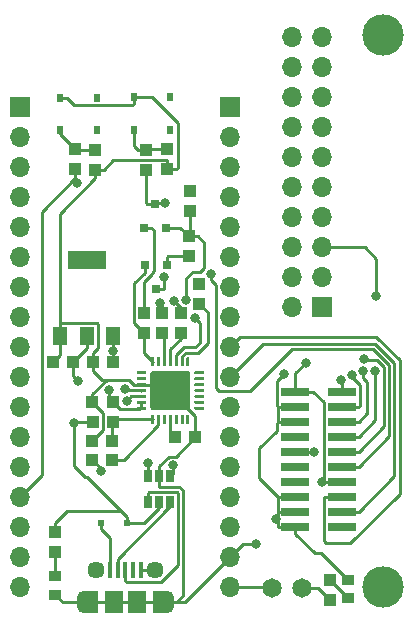
<source format=gbr>
G04 #@! TF.GenerationSoftware,KiCad,Pcbnew,(5.1.5-0-10_14)*
G04 #@! TF.CreationDate,2020-02-28T10:22:06-08:00*
G04 #@! TF.ProjectId,esp-prog,6573702d-7072-46f6-972e-6b696361645f,rev?*
G04 #@! TF.SameCoordinates,Original*
G04 #@! TF.FileFunction,Copper,L1,Top*
G04 #@! TF.FilePolarity,Positive*
%FSLAX46Y46*%
G04 Gerber Fmt 4.6, Leading zero omitted, Abs format (unit mm)*
G04 Created by KiCad (PCBNEW (5.1.5-0-10_14)) date 2020-02-28 10:22:06*
%MOMM*%
%LPD*%
G04 APERTURE LIST*
%ADD10C,3.505200*%
%ADD11R,2.400000X0.740000*%
%ADD12R,1.000000X1.000000*%
%ADD13R,1.000000X0.820000*%
%ADD14R,0.600000X0.650000*%
%ADD15C,0.127000*%
%ADD16R,3.300000X1.500000*%
%ADD17R,1.200000X1.500000*%
%ADD18R,0.800100X0.800100*%
%ADD19C,1.651000*%
%ADD20O,1.700000X1.700000*%
%ADD21R,1.700000X1.700000*%
%ADD22R,1.200000X1.900000*%
%ADD23O,1.200000X1.900000*%
%ADD24R,1.500000X1.900000*%
%ADD25C,1.450000*%
%ADD26R,0.400000X1.350000*%
%ADD27R,0.650000X1.060000*%
%ADD28R,0.500000X0.500000*%
%ADD29C,0.800000*%
%ADD30C,0.250000*%
G04 APERTURE END LIST*
D10*
X60170000Y-70620000D03*
X60250000Y-23920000D03*
D11*
X52800000Y-65515000D03*
X56700000Y-65515000D03*
X52800000Y-64245000D03*
X56700000Y-64245000D03*
X52800000Y-62975000D03*
X56700000Y-62975000D03*
X52800000Y-61705000D03*
X56700000Y-61705000D03*
X52800000Y-60435000D03*
X56700000Y-60435000D03*
X52800000Y-59165000D03*
X56700000Y-59165000D03*
X52800000Y-57895000D03*
X56700000Y-57895000D03*
X52800000Y-56625000D03*
X56700000Y-56625000D03*
X52800000Y-55355000D03*
X56700000Y-55355000D03*
X52800000Y-54085000D03*
X56700000Y-54085000D03*
D12*
X55710000Y-71710000D03*
X55710000Y-70010000D03*
D13*
X57240000Y-71600000D03*
X57240000Y-70000000D03*
D14*
X42190000Y-31925000D03*
X39090000Y-31925000D03*
X42190000Y-29175000D03*
X39090000Y-29175000D03*
X35990000Y-31945000D03*
X32890000Y-31945000D03*
X35990000Y-29195000D03*
X32890000Y-29195000D03*
G04 #@! TA.AperFunction,SMDPad,CuDef*
D15*
G36*
X40768626Y-51150301D02*
G01*
X40774693Y-51151201D01*
X40780643Y-51152691D01*
X40786418Y-51154758D01*
X40791962Y-51157380D01*
X40797223Y-51160533D01*
X40802150Y-51164187D01*
X40806694Y-51168306D01*
X40810813Y-51172850D01*
X40814467Y-51177777D01*
X40817620Y-51183038D01*
X40820242Y-51188582D01*
X40822309Y-51194357D01*
X40823799Y-51200307D01*
X40824699Y-51206374D01*
X40825000Y-51212500D01*
X40825000Y-51887500D01*
X40824699Y-51893626D01*
X40823799Y-51899693D01*
X40822309Y-51905643D01*
X40820242Y-51911418D01*
X40817620Y-51916962D01*
X40814467Y-51922223D01*
X40810813Y-51927150D01*
X40806694Y-51931694D01*
X40802150Y-51935813D01*
X40797223Y-51939467D01*
X40791962Y-51942620D01*
X40786418Y-51945242D01*
X40780643Y-51947309D01*
X40774693Y-51948799D01*
X40768626Y-51949699D01*
X40762500Y-51950000D01*
X40637500Y-51950000D01*
X40631374Y-51949699D01*
X40625307Y-51948799D01*
X40619357Y-51947309D01*
X40613582Y-51945242D01*
X40608038Y-51942620D01*
X40602777Y-51939467D01*
X40597850Y-51935813D01*
X40593306Y-51931694D01*
X40589187Y-51927150D01*
X40585533Y-51922223D01*
X40582380Y-51916962D01*
X40579758Y-51911418D01*
X40577691Y-51905643D01*
X40576201Y-51899693D01*
X40575301Y-51893626D01*
X40575000Y-51887500D01*
X40575000Y-51212500D01*
X40575301Y-51206374D01*
X40576201Y-51200307D01*
X40577691Y-51194357D01*
X40579758Y-51188582D01*
X40582380Y-51183038D01*
X40585533Y-51177777D01*
X40589187Y-51172850D01*
X40593306Y-51168306D01*
X40597850Y-51164187D01*
X40602777Y-51160533D01*
X40608038Y-51157380D01*
X40613582Y-51154758D01*
X40619357Y-51152691D01*
X40625307Y-51151201D01*
X40631374Y-51150301D01*
X40637500Y-51150000D01*
X40762500Y-51150000D01*
X40768626Y-51150301D01*
G37*
G04 #@! TD.AperFunction*
G04 #@! TA.AperFunction,SMDPad,CuDef*
G36*
X41268626Y-51150301D02*
G01*
X41274693Y-51151201D01*
X41280643Y-51152691D01*
X41286418Y-51154758D01*
X41291962Y-51157380D01*
X41297223Y-51160533D01*
X41302150Y-51164187D01*
X41306694Y-51168306D01*
X41310813Y-51172850D01*
X41314467Y-51177777D01*
X41317620Y-51183038D01*
X41320242Y-51188582D01*
X41322309Y-51194357D01*
X41323799Y-51200307D01*
X41324699Y-51206374D01*
X41325000Y-51212500D01*
X41325000Y-51887500D01*
X41324699Y-51893626D01*
X41323799Y-51899693D01*
X41322309Y-51905643D01*
X41320242Y-51911418D01*
X41317620Y-51916962D01*
X41314467Y-51922223D01*
X41310813Y-51927150D01*
X41306694Y-51931694D01*
X41302150Y-51935813D01*
X41297223Y-51939467D01*
X41291962Y-51942620D01*
X41286418Y-51945242D01*
X41280643Y-51947309D01*
X41274693Y-51948799D01*
X41268626Y-51949699D01*
X41262500Y-51950000D01*
X41137500Y-51950000D01*
X41131374Y-51949699D01*
X41125307Y-51948799D01*
X41119357Y-51947309D01*
X41113582Y-51945242D01*
X41108038Y-51942620D01*
X41102777Y-51939467D01*
X41097850Y-51935813D01*
X41093306Y-51931694D01*
X41089187Y-51927150D01*
X41085533Y-51922223D01*
X41082380Y-51916962D01*
X41079758Y-51911418D01*
X41077691Y-51905643D01*
X41076201Y-51899693D01*
X41075301Y-51893626D01*
X41075000Y-51887500D01*
X41075000Y-51212500D01*
X41075301Y-51206374D01*
X41076201Y-51200307D01*
X41077691Y-51194357D01*
X41079758Y-51188582D01*
X41082380Y-51183038D01*
X41085533Y-51177777D01*
X41089187Y-51172850D01*
X41093306Y-51168306D01*
X41097850Y-51164187D01*
X41102777Y-51160533D01*
X41108038Y-51157380D01*
X41113582Y-51154758D01*
X41119357Y-51152691D01*
X41125307Y-51151201D01*
X41131374Y-51150301D01*
X41137500Y-51150000D01*
X41262500Y-51150000D01*
X41268626Y-51150301D01*
G37*
G04 #@! TD.AperFunction*
G04 #@! TA.AperFunction,SMDPad,CuDef*
G36*
X41768626Y-51150301D02*
G01*
X41774693Y-51151201D01*
X41780643Y-51152691D01*
X41786418Y-51154758D01*
X41791962Y-51157380D01*
X41797223Y-51160533D01*
X41802150Y-51164187D01*
X41806694Y-51168306D01*
X41810813Y-51172850D01*
X41814467Y-51177777D01*
X41817620Y-51183038D01*
X41820242Y-51188582D01*
X41822309Y-51194357D01*
X41823799Y-51200307D01*
X41824699Y-51206374D01*
X41825000Y-51212500D01*
X41825000Y-51887500D01*
X41824699Y-51893626D01*
X41823799Y-51899693D01*
X41822309Y-51905643D01*
X41820242Y-51911418D01*
X41817620Y-51916962D01*
X41814467Y-51922223D01*
X41810813Y-51927150D01*
X41806694Y-51931694D01*
X41802150Y-51935813D01*
X41797223Y-51939467D01*
X41791962Y-51942620D01*
X41786418Y-51945242D01*
X41780643Y-51947309D01*
X41774693Y-51948799D01*
X41768626Y-51949699D01*
X41762500Y-51950000D01*
X41637500Y-51950000D01*
X41631374Y-51949699D01*
X41625307Y-51948799D01*
X41619357Y-51947309D01*
X41613582Y-51945242D01*
X41608038Y-51942620D01*
X41602777Y-51939467D01*
X41597850Y-51935813D01*
X41593306Y-51931694D01*
X41589187Y-51927150D01*
X41585533Y-51922223D01*
X41582380Y-51916962D01*
X41579758Y-51911418D01*
X41577691Y-51905643D01*
X41576201Y-51899693D01*
X41575301Y-51893626D01*
X41575000Y-51887500D01*
X41575000Y-51212500D01*
X41575301Y-51206374D01*
X41576201Y-51200307D01*
X41577691Y-51194357D01*
X41579758Y-51188582D01*
X41582380Y-51183038D01*
X41585533Y-51177777D01*
X41589187Y-51172850D01*
X41593306Y-51168306D01*
X41597850Y-51164187D01*
X41602777Y-51160533D01*
X41608038Y-51157380D01*
X41613582Y-51154758D01*
X41619357Y-51152691D01*
X41625307Y-51151201D01*
X41631374Y-51150301D01*
X41637500Y-51150000D01*
X41762500Y-51150000D01*
X41768626Y-51150301D01*
G37*
G04 #@! TD.AperFunction*
G04 #@! TA.AperFunction,SMDPad,CuDef*
G36*
X42268626Y-51150301D02*
G01*
X42274693Y-51151201D01*
X42280643Y-51152691D01*
X42286418Y-51154758D01*
X42291962Y-51157380D01*
X42297223Y-51160533D01*
X42302150Y-51164187D01*
X42306694Y-51168306D01*
X42310813Y-51172850D01*
X42314467Y-51177777D01*
X42317620Y-51183038D01*
X42320242Y-51188582D01*
X42322309Y-51194357D01*
X42323799Y-51200307D01*
X42324699Y-51206374D01*
X42325000Y-51212500D01*
X42325000Y-51887500D01*
X42324699Y-51893626D01*
X42323799Y-51899693D01*
X42322309Y-51905643D01*
X42320242Y-51911418D01*
X42317620Y-51916962D01*
X42314467Y-51922223D01*
X42310813Y-51927150D01*
X42306694Y-51931694D01*
X42302150Y-51935813D01*
X42297223Y-51939467D01*
X42291962Y-51942620D01*
X42286418Y-51945242D01*
X42280643Y-51947309D01*
X42274693Y-51948799D01*
X42268626Y-51949699D01*
X42262500Y-51950000D01*
X42137500Y-51950000D01*
X42131374Y-51949699D01*
X42125307Y-51948799D01*
X42119357Y-51947309D01*
X42113582Y-51945242D01*
X42108038Y-51942620D01*
X42102777Y-51939467D01*
X42097850Y-51935813D01*
X42093306Y-51931694D01*
X42089187Y-51927150D01*
X42085533Y-51922223D01*
X42082380Y-51916962D01*
X42079758Y-51911418D01*
X42077691Y-51905643D01*
X42076201Y-51899693D01*
X42075301Y-51893626D01*
X42075000Y-51887500D01*
X42075000Y-51212500D01*
X42075301Y-51206374D01*
X42076201Y-51200307D01*
X42077691Y-51194357D01*
X42079758Y-51188582D01*
X42082380Y-51183038D01*
X42085533Y-51177777D01*
X42089187Y-51172850D01*
X42093306Y-51168306D01*
X42097850Y-51164187D01*
X42102777Y-51160533D01*
X42108038Y-51157380D01*
X42113582Y-51154758D01*
X42119357Y-51152691D01*
X42125307Y-51151201D01*
X42131374Y-51150301D01*
X42137500Y-51150000D01*
X42262500Y-51150000D01*
X42268626Y-51150301D01*
G37*
G04 #@! TD.AperFunction*
G04 #@! TA.AperFunction,SMDPad,CuDef*
G36*
X42768626Y-51150301D02*
G01*
X42774693Y-51151201D01*
X42780643Y-51152691D01*
X42786418Y-51154758D01*
X42791962Y-51157380D01*
X42797223Y-51160533D01*
X42802150Y-51164187D01*
X42806694Y-51168306D01*
X42810813Y-51172850D01*
X42814467Y-51177777D01*
X42817620Y-51183038D01*
X42820242Y-51188582D01*
X42822309Y-51194357D01*
X42823799Y-51200307D01*
X42824699Y-51206374D01*
X42825000Y-51212500D01*
X42825000Y-51887500D01*
X42824699Y-51893626D01*
X42823799Y-51899693D01*
X42822309Y-51905643D01*
X42820242Y-51911418D01*
X42817620Y-51916962D01*
X42814467Y-51922223D01*
X42810813Y-51927150D01*
X42806694Y-51931694D01*
X42802150Y-51935813D01*
X42797223Y-51939467D01*
X42791962Y-51942620D01*
X42786418Y-51945242D01*
X42780643Y-51947309D01*
X42774693Y-51948799D01*
X42768626Y-51949699D01*
X42762500Y-51950000D01*
X42637500Y-51950000D01*
X42631374Y-51949699D01*
X42625307Y-51948799D01*
X42619357Y-51947309D01*
X42613582Y-51945242D01*
X42608038Y-51942620D01*
X42602777Y-51939467D01*
X42597850Y-51935813D01*
X42593306Y-51931694D01*
X42589187Y-51927150D01*
X42585533Y-51922223D01*
X42582380Y-51916962D01*
X42579758Y-51911418D01*
X42577691Y-51905643D01*
X42576201Y-51899693D01*
X42575301Y-51893626D01*
X42575000Y-51887500D01*
X42575000Y-51212500D01*
X42575301Y-51206374D01*
X42576201Y-51200307D01*
X42577691Y-51194357D01*
X42579758Y-51188582D01*
X42582380Y-51183038D01*
X42585533Y-51177777D01*
X42589187Y-51172850D01*
X42593306Y-51168306D01*
X42597850Y-51164187D01*
X42602777Y-51160533D01*
X42608038Y-51157380D01*
X42613582Y-51154758D01*
X42619357Y-51152691D01*
X42625307Y-51151201D01*
X42631374Y-51150301D01*
X42637500Y-51150000D01*
X42762500Y-51150000D01*
X42768626Y-51150301D01*
G37*
G04 #@! TD.AperFunction*
G04 #@! TA.AperFunction,SMDPad,CuDef*
G36*
X43268626Y-51150301D02*
G01*
X43274693Y-51151201D01*
X43280643Y-51152691D01*
X43286418Y-51154758D01*
X43291962Y-51157380D01*
X43297223Y-51160533D01*
X43302150Y-51164187D01*
X43306694Y-51168306D01*
X43310813Y-51172850D01*
X43314467Y-51177777D01*
X43317620Y-51183038D01*
X43320242Y-51188582D01*
X43322309Y-51194357D01*
X43323799Y-51200307D01*
X43324699Y-51206374D01*
X43325000Y-51212500D01*
X43325000Y-51887500D01*
X43324699Y-51893626D01*
X43323799Y-51899693D01*
X43322309Y-51905643D01*
X43320242Y-51911418D01*
X43317620Y-51916962D01*
X43314467Y-51922223D01*
X43310813Y-51927150D01*
X43306694Y-51931694D01*
X43302150Y-51935813D01*
X43297223Y-51939467D01*
X43291962Y-51942620D01*
X43286418Y-51945242D01*
X43280643Y-51947309D01*
X43274693Y-51948799D01*
X43268626Y-51949699D01*
X43262500Y-51950000D01*
X43137500Y-51950000D01*
X43131374Y-51949699D01*
X43125307Y-51948799D01*
X43119357Y-51947309D01*
X43113582Y-51945242D01*
X43108038Y-51942620D01*
X43102777Y-51939467D01*
X43097850Y-51935813D01*
X43093306Y-51931694D01*
X43089187Y-51927150D01*
X43085533Y-51922223D01*
X43082380Y-51916962D01*
X43079758Y-51911418D01*
X43077691Y-51905643D01*
X43076201Y-51899693D01*
X43075301Y-51893626D01*
X43075000Y-51887500D01*
X43075000Y-51212500D01*
X43075301Y-51206374D01*
X43076201Y-51200307D01*
X43077691Y-51194357D01*
X43079758Y-51188582D01*
X43082380Y-51183038D01*
X43085533Y-51177777D01*
X43089187Y-51172850D01*
X43093306Y-51168306D01*
X43097850Y-51164187D01*
X43102777Y-51160533D01*
X43108038Y-51157380D01*
X43113582Y-51154758D01*
X43119357Y-51152691D01*
X43125307Y-51151201D01*
X43131374Y-51150301D01*
X43137500Y-51150000D01*
X43262500Y-51150000D01*
X43268626Y-51150301D01*
G37*
G04 #@! TD.AperFunction*
G04 #@! TA.AperFunction,SMDPad,CuDef*
G36*
X43768626Y-51150301D02*
G01*
X43774693Y-51151201D01*
X43780643Y-51152691D01*
X43786418Y-51154758D01*
X43791962Y-51157380D01*
X43797223Y-51160533D01*
X43802150Y-51164187D01*
X43806694Y-51168306D01*
X43810813Y-51172850D01*
X43814467Y-51177777D01*
X43817620Y-51183038D01*
X43820242Y-51188582D01*
X43822309Y-51194357D01*
X43823799Y-51200307D01*
X43824699Y-51206374D01*
X43825000Y-51212500D01*
X43825000Y-51887500D01*
X43824699Y-51893626D01*
X43823799Y-51899693D01*
X43822309Y-51905643D01*
X43820242Y-51911418D01*
X43817620Y-51916962D01*
X43814467Y-51922223D01*
X43810813Y-51927150D01*
X43806694Y-51931694D01*
X43802150Y-51935813D01*
X43797223Y-51939467D01*
X43791962Y-51942620D01*
X43786418Y-51945242D01*
X43780643Y-51947309D01*
X43774693Y-51948799D01*
X43768626Y-51949699D01*
X43762500Y-51950000D01*
X43637500Y-51950000D01*
X43631374Y-51949699D01*
X43625307Y-51948799D01*
X43619357Y-51947309D01*
X43613582Y-51945242D01*
X43608038Y-51942620D01*
X43602777Y-51939467D01*
X43597850Y-51935813D01*
X43593306Y-51931694D01*
X43589187Y-51927150D01*
X43585533Y-51922223D01*
X43582380Y-51916962D01*
X43579758Y-51911418D01*
X43577691Y-51905643D01*
X43576201Y-51899693D01*
X43575301Y-51893626D01*
X43575000Y-51887500D01*
X43575000Y-51212500D01*
X43575301Y-51206374D01*
X43576201Y-51200307D01*
X43577691Y-51194357D01*
X43579758Y-51188582D01*
X43582380Y-51183038D01*
X43585533Y-51177777D01*
X43589187Y-51172850D01*
X43593306Y-51168306D01*
X43597850Y-51164187D01*
X43602777Y-51160533D01*
X43608038Y-51157380D01*
X43613582Y-51154758D01*
X43619357Y-51152691D01*
X43625307Y-51151201D01*
X43631374Y-51150301D01*
X43637500Y-51150000D01*
X43762500Y-51150000D01*
X43768626Y-51150301D01*
G37*
G04 #@! TD.AperFunction*
G04 #@! TA.AperFunction,SMDPad,CuDef*
G36*
X44993626Y-52375301D02*
G01*
X44999693Y-52376201D01*
X45005643Y-52377691D01*
X45011418Y-52379758D01*
X45016962Y-52382380D01*
X45022223Y-52385533D01*
X45027150Y-52389187D01*
X45031694Y-52393306D01*
X45035813Y-52397850D01*
X45039467Y-52402777D01*
X45042620Y-52408038D01*
X45045242Y-52413582D01*
X45047309Y-52419357D01*
X45048799Y-52425307D01*
X45049699Y-52431374D01*
X45050000Y-52437500D01*
X45050000Y-52562500D01*
X45049699Y-52568626D01*
X45048799Y-52574693D01*
X45047309Y-52580643D01*
X45045242Y-52586418D01*
X45042620Y-52591962D01*
X45039467Y-52597223D01*
X45035813Y-52602150D01*
X45031694Y-52606694D01*
X45027150Y-52610813D01*
X45022223Y-52614467D01*
X45016962Y-52617620D01*
X45011418Y-52620242D01*
X45005643Y-52622309D01*
X44999693Y-52623799D01*
X44993626Y-52624699D01*
X44987500Y-52625000D01*
X44312500Y-52625000D01*
X44306374Y-52624699D01*
X44300307Y-52623799D01*
X44294357Y-52622309D01*
X44288582Y-52620242D01*
X44283038Y-52617620D01*
X44277777Y-52614467D01*
X44272850Y-52610813D01*
X44268306Y-52606694D01*
X44264187Y-52602150D01*
X44260533Y-52597223D01*
X44257380Y-52591962D01*
X44254758Y-52586418D01*
X44252691Y-52580643D01*
X44251201Y-52574693D01*
X44250301Y-52568626D01*
X44250000Y-52562500D01*
X44250000Y-52437500D01*
X44250301Y-52431374D01*
X44251201Y-52425307D01*
X44252691Y-52419357D01*
X44254758Y-52413582D01*
X44257380Y-52408038D01*
X44260533Y-52402777D01*
X44264187Y-52397850D01*
X44268306Y-52393306D01*
X44272850Y-52389187D01*
X44277777Y-52385533D01*
X44283038Y-52382380D01*
X44288582Y-52379758D01*
X44294357Y-52377691D01*
X44300307Y-52376201D01*
X44306374Y-52375301D01*
X44312500Y-52375000D01*
X44987500Y-52375000D01*
X44993626Y-52375301D01*
G37*
G04 #@! TD.AperFunction*
G04 #@! TA.AperFunction,SMDPad,CuDef*
G36*
X44993626Y-52875301D02*
G01*
X44999693Y-52876201D01*
X45005643Y-52877691D01*
X45011418Y-52879758D01*
X45016962Y-52882380D01*
X45022223Y-52885533D01*
X45027150Y-52889187D01*
X45031694Y-52893306D01*
X45035813Y-52897850D01*
X45039467Y-52902777D01*
X45042620Y-52908038D01*
X45045242Y-52913582D01*
X45047309Y-52919357D01*
X45048799Y-52925307D01*
X45049699Y-52931374D01*
X45050000Y-52937500D01*
X45050000Y-53062500D01*
X45049699Y-53068626D01*
X45048799Y-53074693D01*
X45047309Y-53080643D01*
X45045242Y-53086418D01*
X45042620Y-53091962D01*
X45039467Y-53097223D01*
X45035813Y-53102150D01*
X45031694Y-53106694D01*
X45027150Y-53110813D01*
X45022223Y-53114467D01*
X45016962Y-53117620D01*
X45011418Y-53120242D01*
X45005643Y-53122309D01*
X44999693Y-53123799D01*
X44993626Y-53124699D01*
X44987500Y-53125000D01*
X44312500Y-53125000D01*
X44306374Y-53124699D01*
X44300307Y-53123799D01*
X44294357Y-53122309D01*
X44288582Y-53120242D01*
X44283038Y-53117620D01*
X44277777Y-53114467D01*
X44272850Y-53110813D01*
X44268306Y-53106694D01*
X44264187Y-53102150D01*
X44260533Y-53097223D01*
X44257380Y-53091962D01*
X44254758Y-53086418D01*
X44252691Y-53080643D01*
X44251201Y-53074693D01*
X44250301Y-53068626D01*
X44250000Y-53062500D01*
X44250000Y-52937500D01*
X44250301Y-52931374D01*
X44251201Y-52925307D01*
X44252691Y-52919357D01*
X44254758Y-52913582D01*
X44257380Y-52908038D01*
X44260533Y-52902777D01*
X44264187Y-52897850D01*
X44268306Y-52893306D01*
X44272850Y-52889187D01*
X44277777Y-52885533D01*
X44283038Y-52882380D01*
X44288582Y-52879758D01*
X44294357Y-52877691D01*
X44300307Y-52876201D01*
X44306374Y-52875301D01*
X44312500Y-52875000D01*
X44987500Y-52875000D01*
X44993626Y-52875301D01*
G37*
G04 #@! TD.AperFunction*
G04 #@! TA.AperFunction,SMDPad,CuDef*
G36*
X44993626Y-53375301D02*
G01*
X44999693Y-53376201D01*
X45005643Y-53377691D01*
X45011418Y-53379758D01*
X45016962Y-53382380D01*
X45022223Y-53385533D01*
X45027150Y-53389187D01*
X45031694Y-53393306D01*
X45035813Y-53397850D01*
X45039467Y-53402777D01*
X45042620Y-53408038D01*
X45045242Y-53413582D01*
X45047309Y-53419357D01*
X45048799Y-53425307D01*
X45049699Y-53431374D01*
X45050000Y-53437500D01*
X45050000Y-53562500D01*
X45049699Y-53568626D01*
X45048799Y-53574693D01*
X45047309Y-53580643D01*
X45045242Y-53586418D01*
X45042620Y-53591962D01*
X45039467Y-53597223D01*
X45035813Y-53602150D01*
X45031694Y-53606694D01*
X45027150Y-53610813D01*
X45022223Y-53614467D01*
X45016962Y-53617620D01*
X45011418Y-53620242D01*
X45005643Y-53622309D01*
X44999693Y-53623799D01*
X44993626Y-53624699D01*
X44987500Y-53625000D01*
X44312500Y-53625000D01*
X44306374Y-53624699D01*
X44300307Y-53623799D01*
X44294357Y-53622309D01*
X44288582Y-53620242D01*
X44283038Y-53617620D01*
X44277777Y-53614467D01*
X44272850Y-53610813D01*
X44268306Y-53606694D01*
X44264187Y-53602150D01*
X44260533Y-53597223D01*
X44257380Y-53591962D01*
X44254758Y-53586418D01*
X44252691Y-53580643D01*
X44251201Y-53574693D01*
X44250301Y-53568626D01*
X44250000Y-53562500D01*
X44250000Y-53437500D01*
X44250301Y-53431374D01*
X44251201Y-53425307D01*
X44252691Y-53419357D01*
X44254758Y-53413582D01*
X44257380Y-53408038D01*
X44260533Y-53402777D01*
X44264187Y-53397850D01*
X44268306Y-53393306D01*
X44272850Y-53389187D01*
X44277777Y-53385533D01*
X44283038Y-53382380D01*
X44288582Y-53379758D01*
X44294357Y-53377691D01*
X44300307Y-53376201D01*
X44306374Y-53375301D01*
X44312500Y-53375000D01*
X44987500Y-53375000D01*
X44993626Y-53375301D01*
G37*
G04 #@! TD.AperFunction*
G04 #@! TA.AperFunction,SMDPad,CuDef*
G36*
X44993626Y-53875301D02*
G01*
X44999693Y-53876201D01*
X45005643Y-53877691D01*
X45011418Y-53879758D01*
X45016962Y-53882380D01*
X45022223Y-53885533D01*
X45027150Y-53889187D01*
X45031694Y-53893306D01*
X45035813Y-53897850D01*
X45039467Y-53902777D01*
X45042620Y-53908038D01*
X45045242Y-53913582D01*
X45047309Y-53919357D01*
X45048799Y-53925307D01*
X45049699Y-53931374D01*
X45050000Y-53937500D01*
X45050000Y-54062500D01*
X45049699Y-54068626D01*
X45048799Y-54074693D01*
X45047309Y-54080643D01*
X45045242Y-54086418D01*
X45042620Y-54091962D01*
X45039467Y-54097223D01*
X45035813Y-54102150D01*
X45031694Y-54106694D01*
X45027150Y-54110813D01*
X45022223Y-54114467D01*
X45016962Y-54117620D01*
X45011418Y-54120242D01*
X45005643Y-54122309D01*
X44999693Y-54123799D01*
X44993626Y-54124699D01*
X44987500Y-54125000D01*
X44312500Y-54125000D01*
X44306374Y-54124699D01*
X44300307Y-54123799D01*
X44294357Y-54122309D01*
X44288582Y-54120242D01*
X44283038Y-54117620D01*
X44277777Y-54114467D01*
X44272850Y-54110813D01*
X44268306Y-54106694D01*
X44264187Y-54102150D01*
X44260533Y-54097223D01*
X44257380Y-54091962D01*
X44254758Y-54086418D01*
X44252691Y-54080643D01*
X44251201Y-54074693D01*
X44250301Y-54068626D01*
X44250000Y-54062500D01*
X44250000Y-53937500D01*
X44250301Y-53931374D01*
X44251201Y-53925307D01*
X44252691Y-53919357D01*
X44254758Y-53913582D01*
X44257380Y-53908038D01*
X44260533Y-53902777D01*
X44264187Y-53897850D01*
X44268306Y-53893306D01*
X44272850Y-53889187D01*
X44277777Y-53885533D01*
X44283038Y-53882380D01*
X44288582Y-53879758D01*
X44294357Y-53877691D01*
X44300307Y-53876201D01*
X44306374Y-53875301D01*
X44312500Y-53875000D01*
X44987500Y-53875000D01*
X44993626Y-53875301D01*
G37*
G04 #@! TD.AperFunction*
G04 #@! TA.AperFunction,SMDPad,CuDef*
G36*
X44993626Y-54375301D02*
G01*
X44999693Y-54376201D01*
X45005643Y-54377691D01*
X45011418Y-54379758D01*
X45016962Y-54382380D01*
X45022223Y-54385533D01*
X45027150Y-54389187D01*
X45031694Y-54393306D01*
X45035813Y-54397850D01*
X45039467Y-54402777D01*
X45042620Y-54408038D01*
X45045242Y-54413582D01*
X45047309Y-54419357D01*
X45048799Y-54425307D01*
X45049699Y-54431374D01*
X45050000Y-54437500D01*
X45050000Y-54562500D01*
X45049699Y-54568626D01*
X45048799Y-54574693D01*
X45047309Y-54580643D01*
X45045242Y-54586418D01*
X45042620Y-54591962D01*
X45039467Y-54597223D01*
X45035813Y-54602150D01*
X45031694Y-54606694D01*
X45027150Y-54610813D01*
X45022223Y-54614467D01*
X45016962Y-54617620D01*
X45011418Y-54620242D01*
X45005643Y-54622309D01*
X44999693Y-54623799D01*
X44993626Y-54624699D01*
X44987500Y-54625000D01*
X44312500Y-54625000D01*
X44306374Y-54624699D01*
X44300307Y-54623799D01*
X44294357Y-54622309D01*
X44288582Y-54620242D01*
X44283038Y-54617620D01*
X44277777Y-54614467D01*
X44272850Y-54610813D01*
X44268306Y-54606694D01*
X44264187Y-54602150D01*
X44260533Y-54597223D01*
X44257380Y-54591962D01*
X44254758Y-54586418D01*
X44252691Y-54580643D01*
X44251201Y-54574693D01*
X44250301Y-54568626D01*
X44250000Y-54562500D01*
X44250000Y-54437500D01*
X44250301Y-54431374D01*
X44251201Y-54425307D01*
X44252691Y-54419357D01*
X44254758Y-54413582D01*
X44257380Y-54408038D01*
X44260533Y-54402777D01*
X44264187Y-54397850D01*
X44268306Y-54393306D01*
X44272850Y-54389187D01*
X44277777Y-54385533D01*
X44283038Y-54382380D01*
X44288582Y-54379758D01*
X44294357Y-54377691D01*
X44300307Y-54376201D01*
X44306374Y-54375301D01*
X44312500Y-54375000D01*
X44987500Y-54375000D01*
X44993626Y-54375301D01*
G37*
G04 #@! TD.AperFunction*
G04 #@! TA.AperFunction,SMDPad,CuDef*
G36*
X44993626Y-54875301D02*
G01*
X44999693Y-54876201D01*
X45005643Y-54877691D01*
X45011418Y-54879758D01*
X45016962Y-54882380D01*
X45022223Y-54885533D01*
X45027150Y-54889187D01*
X45031694Y-54893306D01*
X45035813Y-54897850D01*
X45039467Y-54902777D01*
X45042620Y-54908038D01*
X45045242Y-54913582D01*
X45047309Y-54919357D01*
X45048799Y-54925307D01*
X45049699Y-54931374D01*
X45050000Y-54937500D01*
X45050000Y-55062500D01*
X45049699Y-55068626D01*
X45048799Y-55074693D01*
X45047309Y-55080643D01*
X45045242Y-55086418D01*
X45042620Y-55091962D01*
X45039467Y-55097223D01*
X45035813Y-55102150D01*
X45031694Y-55106694D01*
X45027150Y-55110813D01*
X45022223Y-55114467D01*
X45016962Y-55117620D01*
X45011418Y-55120242D01*
X45005643Y-55122309D01*
X44999693Y-55123799D01*
X44993626Y-55124699D01*
X44987500Y-55125000D01*
X44312500Y-55125000D01*
X44306374Y-55124699D01*
X44300307Y-55123799D01*
X44294357Y-55122309D01*
X44288582Y-55120242D01*
X44283038Y-55117620D01*
X44277777Y-55114467D01*
X44272850Y-55110813D01*
X44268306Y-55106694D01*
X44264187Y-55102150D01*
X44260533Y-55097223D01*
X44257380Y-55091962D01*
X44254758Y-55086418D01*
X44252691Y-55080643D01*
X44251201Y-55074693D01*
X44250301Y-55068626D01*
X44250000Y-55062500D01*
X44250000Y-54937500D01*
X44250301Y-54931374D01*
X44251201Y-54925307D01*
X44252691Y-54919357D01*
X44254758Y-54913582D01*
X44257380Y-54908038D01*
X44260533Y-54902777D01*
X44264187Y-54897850D01*
X44268306Y-54893306D01*
X44272850Y-54889187D01*
X44277777Y-54885533D01*
X44283038Y-54882380D01*
X44288582Y-54879758D01*
X44294357Y-54877691D01*
X44300307Y-54876201D01*
X44306374Y-54875301D01*
X44312500Y-54875000D01*
X44987500Y-54875000D01*
X44993626Y-54875301D01*
G37*
G04 #@! TD.AperFunction*
G04 #@! TA.AperFunction,SMDPad,CuDef*
G36*
X44993626Y-55375301D02*
G01*
X44999693Y-55376201D01*
X45005643Y-55377691D01*
X45011418Y-55379758D01*
X45016962Y-55382380D01*
X45022223Y-55385533D01*
X45027150Y-55389187D01*
X45031694Y-55393306D01*
X45035813Y-55397850D01*
X45039467Y-55402777D01*
X45042620Y-55408038D01*
X45045242Y-55413582D01*
X45047309Y-55419357D01*
X45048799Y-55425307D01*
X45049699Y-55431374D01*
X45050000Y-55437500D01*
X45050000Y-55562500D01*
X45049699Y-55568626D01*
X45048799Y-55574693D01*
X45047309Y-55580643D01*
X45045242Y-55586418D01*
X45042620Y-55591962D01*
X45039467Y-55597223D01*
X45035813Y-55602150D01*
X45031694Y-55606694D01*
X45027150Y-55610813D01*
X45022223Y-55614467D01*
X45016962Y-55617620D01*
X45011418Y-55620242D01*
X45005643Y-55622309D01*
X44999693Y-55623799D01*
X44993626Y-55624699D01*
X44987500Y-55625000D01*
X44312500Y-55625000D01*
X44306374Y-55624699D01*
X44300307Y-55623799D01*
X44294357Y-55622309D01*
X44288582Y-55620242D01*
X44283038Y-55617620D01*
X44277777Y-55614467D01*
X44272850Y-55610813D01*
X44268306Y-55606694D01*
X44264187Y-55602150D01*
X44260533Y-55597223D01*
X44257380Y-55591962D01*
X44254758Y-55586418D01*
X44252691Y-55580643D01*
X44251201Y-55574693D01*
X44250301Y-55568626D01*
X44250000Y-55562500D01*
X44250000Y-55437500D01*
X44250301Y-55431374D01*
X44251201Y-55425307D01*
X44252691Y-55419357D01*
X44254758Y-55413582D01*
X44257380Y-55408038D01*
X44260533Y-55402777D01*
X44264187Y-55397850D01*
X44268306Y-55393306D01*
X44272850Y-55389187D01*
X44277777Y-55385533D01*
X44283038Y-55382380D01*
X44288582Y-55379758D01*
X44294357Y-55377691D01*
X44300307Y-55376201D01*
X44306374Y-55375301D01*
X44312500Y-55375000D01*
X44987500Y-55375000D01*
X44993626Y-55375301D01*
G37*
G04 #@! TD.AperFunction*
G04 #@! TA.AperFunction,SMDPad,CuDef*
G36*
X43768626Y-56050301D02*
G01*
X43774693Y-56051201D01*
X43780643Y-56052691D01*
X43786418Y-56054758D01*
X43791962Y-56057380D01*
X43797223Y-56060533D01*
X43802150Y-56064187D01*
X43806694Y-56068306D01*
X43810813Y-56072850D01*
X43814467Y-56077777D01*
X43817620Y-56083038D01*
X43820242Y-56088582D01*
X43822309Y-56094357D01*
X43823799Y-56100307D01*
X43824699Y-56106374D01*
X43825000Y-56112500D01*
X43825000Y-56787500D01*
X43824699Y-56793626D01*
X43823799Y-56799693D01*
X43822309Y-56805643D01*
X43820242Y-56811418D01*
X43817620Y-56816962D01*
X43814467Y-56822223D01*
X43810813Y-56827150D01*
X43806694Y-56831694D01*
X43802150Y-56835813D01*
X43797223Y-56839467D01*
X43791962Y-56842620D01*
X43786418Y-56845242D01*
X43780643Y-56847309D01*
X43774693Y-56848799D01*
X43768626Y-56849699D01*
X43762500Y-56850000D01*
X43637500Y-56850000D01*
X43631374Y-56849699D01*
X43625307Y-56848799D01*
X43619357Y-56847309D01*
X43613582Y-56845242D01*
X43608038Y-56842620D01*
X43602777Y-56839467D01*
X43597850Y-56835813D01*
X43593306Y-56831694D01*
X43589187Y-56827150D01*
X43585533Y-56822223D01*
X43582380Y-56816962D01*
X43579758Y-56811418D01*
X43577691Y-56805643D01*
X43576201Y-56799693D01*
X43575301Y-56793626D01*
X43575000Y-56787500D01*
X43575000Y-56112500D01*
X43575301Y-56106374D01*
X43576201Y-56100307D01*
X43577691Y-56094357D01*
X43579758Y-56088582D01*
X43582380Y-56083038D01*
X43585533Y-56077777D01*
X43589187Y-56072850D01*
X43593306Y-56068306D01*
X43597850Y-56064187D01*
X43602777Y-56060533D01*
X43608038Y-56057380D01*
X43613582Y-56054758D01*
X43619357Y-56052691D01*
X43625307Y-56051201D01*
X43631374Y-56050301D01*
X43637500Y-56050000D01*
X43762500Y-56050000D01*
X43768626Y-56050301D01*
G37*
G04 #@! TD.AperFunction*
G04 #@! TA.AperFunction,SMDPad,CuDef*
G36*
X43268626Y-56050301D02*
G01*
X43274693Y-56051201D01*
X43280643Y-56052691D01*
X43286418Y-56054758D01*
X43291962Y-56057380D01*
X43297223Y-56060533D01*
X43302150Y-56064187D01*
X43306694Y-56068306D01*
X43310813Y-56072850D01*
X43314467Y-56077777D01*
X43317620Y-56083038D01*
X43320242Y-56088582D01*
X43322309Y-56094357D01*
X43323799Y-56100307D01*
X43324699Y-56106374D01*
X43325000Y-56112500D01*
X43325000Y-56787500D01*
X43324699Y-56793626D01*
X43323799Y-56799693D01*
X43322309Y-56805643D01*
X43320242Y-56811418D01*
X43317620Y-56816962D01*
X43314467Y-56822223D01*
X43310813Y-56827150D01*
X43306694Y-56831694D01*
X43302150Y-56835813D01*
X43297223Y-56839467D01*
X43291962Y-56842620D01*
X43286418Y-56845242D01*
X43280643Y-56847309D01*
X43274693Y-56848799D01*
X43268626Y-56849699D01*
X43262500Y-56850000D01*
X43137500Y-56850000D01*
X43131374Y-56849699D01*
X43125307Y-56848799D01*
X43119357Y-56847309D01*
X43113582Y-56845242D01*
X43108038Y-56842620D01*
X43102777Y-56839467D01*
X43097850Y-56835813D01*
X43093306Y-56831694D01*
X43089187Y-56827150D01*
X43085533Y-56822223D01*
X43082380Y-56816962D01*
X43079758Y-56811418D01*
X43077691Y-56805643D01*
X43076201Y-56799693D01*
X43075301Y-56793626D01*
X43075000Y-56787500D01*
X43075000Y-56112500D01*
X43075301Y-56106374D01*
X43076201Y-56100307D01*
X43077691Y-56094357D01*
X43079758Y-56088582D01*
X43082380Y-56083038D01*
X43085533Y-56077777D01*
X43089187Y-56072850D01*
X43093306Y-56068306D01*
X43097850Y-56064187D01*
X43102777Y-56060533D01*
X43108038Y-56057380D01*
X43113582Y-56054758D01*
X43119357Y-56052691D01*
X43125307Y-56051201D01*
X43131374Y-56050301D01*
X43137500Y-56050000D01*
X43262500Y-56050000D01*
X43268626Y-56050301D01*
G37*
G04 #@! TD.AperFunction*
G04 #@! TA.AperFunction,SMDPad,CuDef*
G36*
X42768626Y-56050301D02*
G01*
X42774693Y-56051201D01*
X42780643Y-56052691D01*
X42786418Y-56054758D01*
X42791962Y-56057380D01*
X42797223Y-56060533D01*
X42802150Y-56064187D01*
X42806694Y-56068306D01*
X42810813Y-56072850D01*
X42814467Y-56077777D01*
X42817620Y-56083038D01*
X42820242Y-56088582D01*
X42822309Y-56094357D01*
X42823799Y-56100307D01*
X42824699Y-56106374D01*
X42825000Y-56112500D01*
X42825000Y-56787500D01*
X42824699Y-56793626D01*
X42823799Y-56799693D01*
X42822309Y-56805643D01*
X42820242Y-56811418D01*
X42817620Y-56816962D01*
X42814467Y-56822223D01*
X42810813Y-56827150D01*
X42806694Y-56831694D01*
X42802150Y-56835813D01*
X42797223Y-56839467D01*
X42791962Y-56842620D01*
X42786418Y-56845242D01*
X42780643Y-56847309D01*
X42774693Y-56848799D01*
X42768626Y-56849699D01*
X42762500Y-56850000D01*
X42637500Y-56850000D01*
X42631374Y-56849699D01*
X42625307Y-56848799D01*
X42619357Y-56847309D01*
X42613582Y-56845242D01*
X42608038Y-56842620D01*
X42602777Y-56839467D01*
X42597850Y-56835813D01*
X42593306Y-56831694D01*
X42589187Y-56827150D01*
X42585533Y-56822223D01*
X42582380Y-56816962D01*
X42579758Y-56811418D01*
X42577691Y-56805643D01*
X42576201Y-56799693D01*
X42575301Y-56793626D01*
X42575000Y-56787500D01*
X42575000Y-56112500D01*
X42575301Y-56106374D01*
X42576201Y-56100307D01*
X42577691Y-56094357D01*
X42579758Y-56088582D01*
X42582380Y-56083038D01*
X42585533Y-56077777D01*
X42589187Y-56072850D01*
X42593306Y-56068306D01*
X42597850Y-56064187D01*
X42602777Y-56060533D01*
X42608038Y-56057380D01*
X42613582Y-56054758D01*
X42619357Y-56052691D01*
X42625307Y-56051201D01*
X42631374Y-56050301D01*
X42637500Y-56050000D01*
X42762500Y-56050000D01*
X42768626Y-56050301D01*
G37*
G04 #@! TD.AperFunction*
G04 #@! TA.AperFunction,SMDPad,CuDef*
G36*
X42268626Y-56050301D02*
G01*
X42274693Y-56051201D01*
X42280643Y-56052691D01*
X42286418Y-56054758D01*
X42291962Y-56057380D01*
X42297223Y-56060533D01*
X42302150Y-56064187D01*
X42306694Y-56068306D01*
X42310813Y-56072850D01*
X42314467Y-56077777D01*
X42317620Y-56083038D01*
X42320242Y-56088582D01*
X42322309Y-56094357D01*
X42323799Y-56100307D01*
X42324699Y-56106374D01*
X42325000Y-56112500D01*
X42325000Y-56787500D01*
X42324699Y-56793626D01*
X42323799Y-56799693D01*
X42322309Y-56805643D01*
X42320242Y-56811418D01*
X42317620Y-56816962D01*
X42314467Y-56822223D01*
X42310813Y-56827150D01*
X42306694Y-56831694D01*
X42302150Y-56835813D01*
X42297223Y-56839467D01*
X42291962Y-56842620D01*
X42286418Y-56845242D01*
X42280643Y-56847309D01*
X42274693Y-56848799D01*
X42268626Y-56849699D01*
X42262500Y-56850000D01*
X42137500Y-56850000D01*
X42131374Y-56849699D01*
X42125307Y-56848799D01*
X42119357Y-56847309D01*
X42113582Y-56845242D01*
X42108038Y-56842620D01*
X42102777Y-56839467D01*
X42097850Y-56835813D01*
X42093306Y-56831694D01*
X42089187Y-56827150D01*
X42085533Y-56822223D01*
X42082380Y-56816962D01*
X42079758Y-56811418D01*
X42077691Y-56805643D01*
X42076201Y-56799693D01*
X42075301Y-56793626D01*
X42075000Y-56787500D01*
X42075000Y-56112500D01*
X42075301Y-56106374D01*
X42076201Y-56100307D01*
X42077691Y-56094357D01*
X42079758Y-56088582D01*
X42082380Y-56083038D01*
X42085533Y-56077777D01*
X42089187Y-56072850D01*
X42093306Y-56068306D01*
X42097850Y-56064187D01*
X42102777Y-56060533D01*
X42108038Y-56057380D01*
X42113582Y-56054758D01*
X42119357Y-56052691D01*
X42125307Y-56051201D01*
X42131374Y-56050301D01*
X42137500Y-56050000D01*
X42262500Y-56050000D01*
X42268626Y-56050301D01*
G37*
G04 #@! TD.AperFunction*
G04 #@! TA.AperFunction,SMDPad,CuDef*
G36*
X41768626Y-56050301D02*
G01*
X41774693Y-56051201D01*
X41780643Y-56052691D01*
X41786418Y-56054758D01*
X41791962Y-56057380D01*
X41797223Y-56060533D01*
X41802150Y-56064187D01*
X41806694Y-56068306D01*
X41810813Y-56072850D01*
X41814467Y-56077777D01*
X41817620Y-56083038D01*
X41820242Y-56088582D01*
X41822309Y-56094357D01*
X41823799Y-56100307D01*
X41824699Y-56106374D01*
X41825000Y-56112500D01*
X41825000Y-56787500D01*
X41824699Y-56793626D01*
X41823799Y-56799693D01*
X41822309Y-56805643D01*
X41820242Y-56811418D01*
X41817620Y-56816962D01*
X41814467Y-56822223D01*
X41810813Y-56827150D01*
X41806694Y-56831694D01*
X41802150Y-56835813D01*
X41797223Y-56839467D01*
X41791962Y-56842620D01*
X41786418Y-56845242D01*
X41780643Y-56847309D01*
X41774693Y-56848799D01*
X41768626Y-56849699D01*
X41762500Y-56850000D01*
X41637500Y-56850000D01*
X41631374Y-56849699D01*
X41625307Y-56848799D01*
X41619357Y-56847309D01*
X41613582Y-56845242D01*
X41608038Y-56842620D01*
X41602777Y-56839467D01*
X41597850Y-56835813D01*
X41593306Y-56831694D01*
X41589187Y-56827150D01*
X41585533Y-56822223D01*
X41582380Y-56816962D01*
X41579758Y-56811418D01*
X41577691Y-56805643D01*
X41576201Y-56799693D01*
X41575301Y-56793626D01*
X41575000Y-56787500D01*
X41575000Y-56112500D01*
X41575301Y-56106374D01*
X41576201Y-56100307D01*
X41577691Y-56094357D01*
X41579758Y-56088582D01*
X41582380Y-56083038D01*
X41585533Y-56077777D01*
X41589187Y-56072850D01*
X41593306Y-56068306D01*
X41597850Y-56064187D01*
X41602777Y-56060533D01*
X41608038Y-56057380D01*
X41613582Y-56054758D01*
X41619357Y-56052691D01*
X41625307Y-56051201D01*
X41631374Y-56050301D01*
X41637500Y-56050000D01*
X41762500Y-56050000D01*
X41768626Y-56050301D01*
G37*
G04 #@! TD.AperFunction*
G04 #@! TA.AperFunction,SMDPad,CuDef*
G36*
X41268626Y-56050301D02*
G01*
X41274693Y-56051201D01*
X41280643Y-56052691D01*
X41286418Y-56054758D01*
X41291962Y-56057380D01*
X41297223Y-56060533D01*
X41302150Y-56064187D01*
X41306694Y-56068306D01*
X41310813Y-56072850D01*
X41314467Y-56077777D01*
X41317620Y-56083038D01*
X41320242Y-56088582D01*
X41322309Y-56094357D01*
X41323799Y-56100307D01*
X41324699Y-56106374D01*
X41325000Y-56112500D01*
X41325000Y-56787500D01*
X41324699Y-56793626D01*
X41323799Y-56799693D01*
X41322309Y-56805643D01*
X41320242Y-56811418D01*
X41317620Y-56816962D01*
X41314467Y-56822223D01*
X41310813Y-56827150D01*
X41306694Y-56831694D01*
X41302150Y-56835813D01*
X41297223Y-56839467D01*
X41291962Y-56842620D01*
X41286418Y-56845242D01*
X41280643Y-56847309D01*
X41274693Y-56848799D01*
X41268626Y-56849699D01*
X41262500Y-56850000D01*
X41137500Y-56850000D01*
X41131374Y-56849699D01*
X41125307Y-56848799D01*
X41119357Y-56847309D01*
X41113582Y-56845242D01*
X41108038Y-56842620D01*
X41102777Y-56839467D01*
X41097850Y-56835813D01*
X41093306Y-56831694D01*
X41089187Y-56827150D01*
X41085533Y-56822223D01*
X41082380Y-56816962D01*
X41079758Y-56811418D01*
X41077691Y-56805643D01*
X41076201Y-56799693D01*
X41075301Y-56793626D01*
X41075000Y-56787500D01*
X41075000Y-56112500D01*
X41075301Y-56106374D01*
X41076201Y-56100307D01*
X41077691Y-56094357D01*
X41079758Y-56088582D01*
X41082380Y-56083038D01*
X41085533Y-56077777D01*
X41089187Y-56072850D01*
X41093306Y-56068306D01*
X41097850Y-56064187D01*
X41102777Y-56060533D01*
X41108038Y-56057380D01*
X41113582Y-56054758D01*
X41119357Y-56052691D01*
X41125307Y-56051201D01*
X41131374Y-56050301D01*
X41137500Y-56050000D01*
X41262500Y-56050000D01*
X41268626Y-56050301D01*
G37*
G04 #@! TD.AperFunction*
G04 #@! TA.AperFunction,SMDPad,CuDef*
G36*
X40768626Y-56050301D02*
G01*
X40774693Y-56051201D01*
X40780643Y-56052691D01*
X40786418Y-56054758D01*
X40791962Y-56057380D01*
X40797223Y-56060533D01*
X40802150Y-56064187D01*
X40806694Y-56068306D01*
X40810813Y-56072850D01*
X40814467Y-56077777D01*
X40817620Y-56083038D01*
X40820242Y-56088582D01*
X40822309Y-56094357D01*
X40823799Y-56100307D01*
X40824699Y-56106374D01*
X40825000Y-56112500D01*
X40825000Y-56787500D01*
X40824699Y-56793626D01*
X40823799Y-56799693D01*
X40822309Y-56805643D01*
X40820242Y-56811418D01*
X40817620Y-56816962D01*
X40814467Y-56822223D01*
X40810813Y-56827150D01*
X40806694Y-56831694D01*
X40802150Y-56835813D01*
X40797223Y-56839467D01*
X40791962Y-56842620D01*
X40786418Y-56845242D01*
X40780643Y-56847309D01*
X40774693Y-56848799D01*
X40768626Y-56849699D01*
X40762500Y-56850000D01*
X40637500Y-56850000D01*
X40631374Y-56849699D01*
X40625307Y-56848799D01*
X40619357Y-56847309D01*
X40613582Y-56845242D01*
X40608038Y-56842620D01*
X40602777Y-56839467D01*
X40597850Y-56835813D01*
X40593306Y-56831694D01*
X40589187Y-56827150D01*
X40585533Y-56822223D01*
X40582380Y-56816962D01*
X40579758Y-56811418D01*
X40577691Y-56805643D01*
X40576201Y-56799693D01*
X40575301Y-56793626D01*
X40575000Y-56787500D01*
X40575000Y-56112500D01*
X40575301Y-56106374D01*
X40576201Y-56100307D01*
X40577691Y-56094357D01*
X40579758Y-56088582D01*
X40582380Y-56083038D01*
X40585533Y-56077777D01*
X40589187Y-56072850D01*
X40593306Y-56068306D01*
X40597850Y-56064187D01*
X40602777Y-56060533D01*
X40608038Y-56057380D01*
X40613582Y-56054758D01*
X40619357Y-56052691D01*
X40625307Y-56051201D01*
X40631374Y-56050301D01*
X40637500Y-56050000D01*
X40762500Y-56050000D01*
X40768626Y-56050301D01*
G37*
G04 #@! TD.AperFunction*
G04 #@! TA.AperFunction,SMDPad,CuDef*
G36*
X40093626Y-55375301D02*
G01*
X40099693Y-55376201D01*
X40105643Y-55377691D01*
X40111418Y-55379758D01*
X40116962Y-55382380D01*
X40122223Y-55385533D01*
X40127150Y-55389187D01*
X40131694Y-55393306D01*
X40135813Y-55397850D01*
X40139467Y-55402777D01*
X40142620Y-55408038D01*
X40145242Y-55413582D01*
X40147309Y-55419357D01*
X40148799Y-55425307D01*
X40149699Y-55431374D01*
X40150000Y-55437500D01*
X40150000Y-55562500D01*
X40149699Y-55568626D01*
X40148799Y-55574693D01*
X40147309Y-55580643D01*
X40145242Y-55586418D01*
X40142620Y-55591962D01*
X40139467Y-55597223D01*
X40135813Y-55602150D01*
X40131694Y-55606694D01*
X40127150Y-55610813D01*
X40122223Y-55614467D01*
X40116962Y-55617620D01*
X40111418Y-55620242D01*
X40105643Y-55622309D01*
X40099693Y-55623799D01*
X40093626Y-55624699D01*
X40087500Y-55625000D01*
X39412500Y-55625000D01*
X39406374Y-55624699D01*
X39400307Y-55623799D01*
X39394357Y-55622309D01*
X39388582Y-55620242D01*
X39383038Y-55617620D01*
X39377777Y-55614467D01*
X39372850Y-55610813D01*
X39368306Y-55606694D01*
X39364187Y-55602150D01*
X39360533Y-55597223D01*
X39357380Y-55591962D01*
X39354758Y-55586418D01*
X39352691Y-55580643D01*
X39351201Y-55574693D01*
X39350301Y-55568626D01*
X39350000Y-55562500D01*
X39350000Y-55437500D01*
X39350301Y-55431374D01*
X39351201Y-55425307D01*
X39352691Y-55419357D01*
X39354758Y-55413582D01*
X39357380Y-55408038D01*
X39360533Y-55402777D01*
X39364187Y-55397850D01*
X39368306Y-55393306D01*
X39372850Y-55389187D01*
X39377777Y-55385533D01*
X39383038Y-55382380D01*
X39388582Y-55379758D01*
X39394357Y-55377691D01*
X39400307Y-55376201D01*
X39406374Y-55375301D01*
X39412500Y-55375000D01*
X40087500Y-55375000D01*
X40093626Y-55375301D01*
G37*
G04 #@! TD.AperFunction*
G04 #@! TA.AperFunction,SMDPad,CuDef*
G36*
X40093626Y-54875301D02*
G01*
X40099693Y-54876201D01*
X40105643Y-54877691D01*
X40111418Y-54879758D01*
X40116962Y-54882380D01*
X40122223Y-54885533D01*
X40127150Y-54889187D01*
X40131694Y-54893306D01*
X40135813Y-54897850D01*
X40139467Y-54902777D01*
X40142620Y-54908038D01*
X40145242Y-54913582D01*
X40147309Y-54919357D01*
X40148799Y-54925307D01*
X40149699Y-54931374D01*
X40150000Y-54937500D01*
X40150000Y-55062500D01*
X40149699Y-55068626D01*
X40148799Y-55074693D01*
X40147309Y-55080643D01*
X40145242Y-55086418D01*
X40142620Y-55091962D01*
X40139467Y-55097223D01*
X40135813Y-55102150D01*
X40131694Y-55106694D01*
X40127150Y-55110813D01*
X40122223Y-55114467D01*
X40116962Y-55117620D01*
X40111418Y-55120242D01*
X40105643Y-55122309D01*
X40099693Y-55123799D01*
X40093626Y-55124699D01*
X40087500Y-55125000D01*
X39412500Y-55125000D01*
X39406374Y-55124699D01*
X39400307Y-55123799D01*
X39394357Y-55122309D01*
X39388582Y-55120242D01*
X39383038Y-55117620D01*
X39377777Y-55114467D01*
X39372850Y-55110813D01*
X39368306Y-55106694D01*
X39364187Y-55102150D01*
X39360533Y-55097223D01*
X39357380Y-55091962D01*
X39354758Y-55086418D01*
X39352691Y-55080643D01*
X39351201Y-55074693D01*
X39350301Y-55068626D01*
X39350000Y-55062500D01*
X39350000Y-54937500D01*
X39350301Y-54931374D01*
X39351201Y-54925307D01*
X39352691Y-54919357D01*
X39354758Y-54913582D01*
X39357380Y-54908038D01*
X39360533Y-54902777D01*
X39364187Y-54897850D01*
X39368306Y-54893306D01*
X39372850Y-54889187D01*
X39377777Y-54885533D01*
X39383038Y-54882380D01*
X39388582Y-54879758D01*
X39394357Y-54877691D01*
X39400307Y-54876201D01*
X39406374Y-54875301D01*
X39412500Y-54875000D01*
X40087500Y-54875000D01*
X40093626Y-54875301D01*
G37*
G04 #@! TD.AperFunction*
G04 #@! TA.AperFunction,SMDPad,CuDef*
G36*
X40093626Y-54375301D02*
G01*
X40099693Y-54376201D01*
X40105643Y-54377691D01*
X40111418Y-54379758D01*
X40116962Y-54382380D01*
X40122223Y-54385533D01*
X40127150Y-54389187D01*
X40131694Y-54393306D01*
X40135813Y-54397850D01*
X40139467Y-54402777D01*
X40142620Y-54408038D01*
X40145242Y-54413582D01*
X40147309Y-54419357D01*
X40148799Y-54425307D01*
X40149699Y-54431374D01*
X40150000Y-54437500D01*
X40150000Y-54562500D01*
X40149699Y-54568626D01*
X40148799Y-54574693D01*
X40147309Y-54580643D01*
X40145242Y-54586418D01*
X40142620Y-54591962D01*
X40139467Y-54597223D01*
X40135813Y-54602150D01*
X40131694Y-54606694D01*
X40127150Y-54610813D01*
X40122223Y-54614467D01*
X40116962Y-54617620D01*
X40111418Y-54620242D01*
X40105643Y-54622309D01*
X40099693Y-54623799D01*
X40093626Y-54624699D01*
X40087500Y-54625000D01*
X39412500Y-54625000D01*
X39406374Y-54624699D01*
X39400307Y-54623799D01*
X39394357Y-54622309D01*
X39388582Y-54620242D01*
X39383038Y-54617620D01*
X39377777Y-54614467D01*
X39372850Y-54610813D01*
X39368306Y-54606694D01*
X39364187Y-54602150D01*
X39360533Y-54597223D01*
X39357380Y-54591962D01*
X39354758Y-54586418D01*
X39352691Y-54580643D01*
X39351201Y-54574693D01*
X39350301Y-54568626D01*
X39350000Y-54562500D01*
X39350000Y-54437500D01*
X39350301Y-54431374D01*
X39351201Y-54425307D01*
X39352691Y-54419357D01*
X39354758Y-54413582D01*
X39357380Y-54408038D01*
X39360533Y-54402777D01*
X39364187Y-54397850D01*
X39368306Y-54393306D01*
X39372850Y-54389187D01*
X39377777Y-54385533D01*
X39383038Y-54382380D01*
X39388582Y-54379758D01*
X39394357Y-54377691D01*
X39400307Y-54376201D01*
X39406374Y-54375301D01*
X39412500Y-54375000D01*
X40087500Y-54375000D01*
X40093626Y-54375301D01*
G37*
G04 #@! TD.AperFunction*
G04 #@! TA.AperFunction,SMDPad,CuDef*
G36*
X40093626Y-53875301D02*
G01*
X40099693Y-53876201D01*
X40105643Y-53877691D01*
X40111418Y-53879758D01*
X40116962Y-53882380D01*
X40122223Y-53885533D01*
X40127150Y-53889187D01*
X40131694Y-53893306D01*
X40135813Y-53897850D01*
X40139467Y-53902777D01*
X40142620Y-53908038D01*
X40145242Y-53913582D01*
X40147309Y-53919357D01*
X40148799Y-53925307D01*
X40149699Y-53931374D01*
X40150000Y-53937500D01*
X40150000Y-54062500D01*
X40149699Y-54068626D01*
X40148799Y-54074693D01*
X40147309Y-54080643D01*
X40145242Y-54086418D01*
X40142620Y-54091962D01*
X40139467Y-54097223D01*
X40135813Y-54102150D01*
X40131694Y-54106694D01*
X40127150Y-54110813D01*
X40122223Y-54114467D01*
X40116962Y-54117620D01*
X40111418Y-54120242D01*
X40105643Y-54122309D01*
X40099693Y-54123799D01*
X40093626Y-54124699D01*
X40087500Y-54125000D01*
X39412500Y-54125000D01*
X39406374Y-54124699D01*
X39400307Y-54123799D01*
X39394357Y-54122309D01*
X39388582Y-54120242D01*
X39383038Y-54117620D01*
X39377777Y-54114467D01*
X39372850Y-54110813D01*
X39368306Y-54106694D01*
X39364187Y-54102150D01*
X39360533Y-54097223D01*
X39357380Y-54091962D01*
X39354758Y-54086418D01*
X39352691Y-54080643D01*
X39351201Y-54074693D01*
X39350301Y-54068626D01*
X39350000Y-54062500D01*
X39350000Y-53937500D01*
X39350301Y-53931374D01*
X39351201Y-53925307D01*
X39352691Y-53919357D01*
X39354758Y-53913582D01*
X39357380Y-53908038D01*
X39360533Y-53902777D01*
X39364187Y-53897850D01*
X39368306Y-53893306D01*
X39372850Y-53889187D01*
X39377777Y-53885533D01*
X39383038Y-53882380D01*
X39388582Y-53879758D01*
X39394357Y-53877691D01*
X39400307Y-53876201D01*
X39406374Y-53875301D01*
X39412500Y-53875000D01*
X40087500Y-53875000D01*
X40093626Y-53875301D01*
G37*
G04 #@! TD.AperFunction*
G04 #@! TA.AperFunction,SMDPad,CuDef*
G36*
X40093626Y-53375301D02*
G01*
X40099693Y-53376201D01*
X40105643Y-53377691D01*
X40111418Y-53379758D01*
X40116962Y-53382380D01*
X40122223Y-53385533D01*
X40127150Y-53389187D01*
X40131694Y-53393306D01*
X40135813Y-53397850D01*
X40139467Y-53402777D01*
X40142620Y-53408038D01*
X40145242Y-53413582D01*
X40147309Y-53419357D01*
X40148799Y-53425307D01*
X40149699Y-53431374D01*
X40150000Y-53437500D01*
X40150000Y-53562500D01*
X40149699Y-53568626D01*
X40148799Y-53574693D01*
X40147309Y-53580643D01*
X40145242Y-53586418D01*
X40142620Y-53591962D01*
X40139467Y-53597223D01*
X40135813Y-53602150D01*
X40131694Y-53606694D01*
X40127150Y-53610813D01*
X40122223Y-53614467D01*
X40116962Y-53617620D01*
X40111418Y-53620242D01*
X40105643Y-53622309D01*
X40099693Y-53623799D01*
X40093626Y-53624699D01*
X40087500Y-53625000D01*
X39412500Y-53625000D01*
X39406374Y-53624699D01*
X39400307Y-53623799D01*
X39394357Y-53622309D01*
X39388582Y-53620242D01*
X39383038Y-53617620D01*
X39377777Y-53614467D01*
X39372850Y-53610813D01*
X39368306Y-53606694D01*
X39364187Y-53602150D01*
X39360533Y-53597223D01*
X39357380Y-53591962D01*
X39354758Y-53586418D01*
X39352691Y-53580643D01*
X39351201Y-53574693D01*
X39350301Y-53568626D01*
X39350000Y-53562500D01*
X39350000Y-53437500D01*
X39350301Y-53431374D01*
X39351201Y-53425307D01*
X39352691Y-53419357D01*
X39354758Y-53413582D01*
X39357380Y-53408038D01*
X39360533Y-53402777D01*
X39364187Y-53397850D01*
X39368306Y-53393306D01*
X39372850Y-53389187D01*
X39377777Y-53385533D01*
X39383038Y-53382380D01*
X39388582Y-53379758D01*
X39394357Y-53377691D01*
X39400307Y-53376201D01*
X39406374Y-53375301D01*
X39412500Y-53375000D01*
X40087500Y-53375000D01*
X40093626Y-53375301D01*
G37*
G04 #@! TD.AperFunction*
G04 #@! TA.AperFunction,SMDPad,CuDef*
G36*
X40093626Y-52875301D02*
G01*
X40099693Y-52876201D01*
X40105643Y-52877691D01*
X40111418Y-52879758D01*
X40116962Y-52882380D01*
X40122223Y-52885533D01*
X40127150Y-52889187D01*
X40131694Y-52893306D01*
X40135813Y-52897850D01*
X40139467Y-52902777D01*
X40142620Y-52908038D01*
X40145242Y-52913582D01*
X40147309Y-52919357D01*
X40148799Y-52925307D01*
X40149699Y-52931374D01*
X40150000Y-52937500D01*
X40150000Y-53062500D01*
X40149699Y-53068626D01*
X40148799Y-53074693D01*
X40147309Y-53080643D01*
X40145242Y-53086418D01*
X40142620Y-53091962D01*
X40139467Y-53097223D01*
X40135813Y-53102150D01*
X40131694Y-53106694D01*
X40127150Y-53110813D01*
X40122223Y-53114467D01*
X40116962Y-53117620D01*
X40111418Y-53120242D01*
X40105643Y-53122309D01*
X40099693Y-53123799D01*
X40093626Y-53124699D01*
X40087500Y-53125000D01*
X39412500Y-53125000D01*
X39406374Y-53124699D01*
X39400307Y-53123799D01*
X39394357Y-53122309D01*
X39388582Y-53120242D01*
X39383038Y-53117620D01*
X39377777Y-53114467D01*
X39372850Y-53110813D01*
X39368306Y-53106694D01*
X39364187Y-53102150D01*
X39360533Y-53097223D01*
X39357380Y-53091962D01*
X39354758Y-53086418D01*
X39352691Y-53080643D01*
X39351201Y-53074693D01*
X39350301Y-53068626D01*
X39350000Y-53062500D01*
X39350000Y-52937500D01*
X39350301Y-52931374D01*
X39351201Y-52925307D01*
X39352691Y-52919357D01*
X39354758Y-52913582D01*
X39357380Y-52908038D01*
X39360533Y-52902777D01*
X39364187Y-52897850D01*
X39368306Y-52893306D01*
X39372850Y-52889187D01*
X39377777Y-52885533D01*
X39383038Y-52882380D01*
X39388582Y-52879758D01*
X39394357Y-52877691D01*
X39400307Y-52876201D01*
X39406374Y-52875301D01*
X39412500Y-52875000D01*
X40087500Y-52875000D01*
X40093626Y-52875301D01*
G37*
G04 #@! TD.AperFunction*
G04 #@! TA.AperFunction,SMDPad,CuDef*
G36*
X40093626Y-52375301D02*
G01*
X40099693Y-52376201D01*
X40105643Y-52377691D01*
X40111418Y-52379758D01*
X40116962Y-52382380D01*
X40122223Y-52385533D01*
X40127150Y-52389187D01*
X40131694Y-52393306D01*
X40135813Y-52397850D01*
X40139467Y-52402777D01*
X40142620Y-52408038D01*
X40145242Y-52413582D01*
X40147309Y-52419357D01*
X40148799Y-52425307D01*
X40149699Y-52431374D01*
X40150000Y-52437500D01*
X40150000Y-52562500D01*
X40149699Y-52568626D01*
X40148799Y-52574693D01*
X40147309Y-52580643D01*
X40145242Y-52586418D01*
X40142620Y-52591962D01*
X40139467Y-52597223D01*
X40135813Y-52602150D01*
X40131694Y-52606694D01*
X40127150Y-52610813D01*
X40122223Y-52614467D01*
X40116962Y-52617620D01*
X40111418Y-52620242D01*
X40105643Y-52622309D01*
X40099693Y-52623799D01*
X40093626Y-52624699D01*
X40087500Y-52625000D01*
X39412500Y-52625000D01*
X39406374Y-52624699D01*
X39400307Y-52623799D01*
X39394357Y-52622309D01*
X39388582Y-52620242D01*
X39383038Y-52617620D01*
X39377777Y-52614467D01*
X39372850Y-52610813D01*
X39368306Y-52606694D01*
X39364187Y-52602150D01*
X39360533Y-52597223D01*
X39357380Y-52591962D01*
X39354758Y-52586418D01*
X39352691Y-52580643D01*
X39351201Y-52574693D01*
X39350301Y-52568626D01*
X39350000Y-52562500D01*
X39350000Y-52437500D01*
X39350301Y-52431374D01*
X39351201Y-52425307D01*
X39352691Y-52419357D01*
X39354758Y-52413582D01*
X39357380Y-52408038D01*
X39360533Y-52402777D01*
X39364187Y-52397850D01*
X39368306Y-52393306D01*
X39372850Y-52389187D01*
X39377777Y-52385533D01*
X39383038Y-52382380D01*
X39388582Y-52379758D01*
X39394357Y-52377691D01*
X39400307Y-52376201D01*
X39406374Y-52375301D01*
X39412500Y-52375000D01*
X40087500Y-52375000D01*
X40093626Y-52375301D01*
G37*
G04 #@! TD.AperFunction*
G04 #@! TA.AperFunction,SMDPad,CuDef*
G36*
X43649504Y-52326204D02*
G01*
X43673773Y-52329804D01*
X43697571Y-52335765D01*
X43720671Y-52344030D01*
X43742849Y-52354520D01*
X43763893Y-52367133D01*
X43783598Y-52381747D01*
X43801777Y-52398223D01*
X43818253Y-52416402D01*
X43832867Y-52436107D01*
X43845480Y-52457151D01*
X43855970Y-52479329D01*
X43864235Y-52502429D01*
X43870196Y-52526227D01*
X43873796Y-52550496D01*
X43875000Y-52575000D01*
X43875000Y-55425000D01*
X43873796Y-55449504D01*
X43870196Y-55473773D01*
X43864235Y-55497571D01*
X43855970Y-55520671D01*
X43845480Y-55542849D01*
X43832867Y-55563893D01*
X43818253Y-55583598D01*
X43801777Y-55601777D01*
X43783598Y-55618253D01*
X43763893Y-55632867D01*
X43742849Y-55645480D01*
X43720671Y-55655970D01*
X43697571Y-55664235D01*
X43673773Y-55670196D01*
X43649504Y-55673796D01*
X43625000Y-55675000D01*
X40775000Y-55675000D01*
X40750496Y-55673796D01*
X40726227Y-55670196D01*
X40702429Y-55664235D01*
X40679329Y-55655970D01*
X40657151Y-55645480D01*
X40636107Y-55632867D01*
X40616402Y-55618253D01*
X40598223Y-55601777D01*
X40581747Y-55583598D01*
X40567133Y-55563893D01*
X40554520Y-55542849D01*
X40544030Y-55520671D01*
X40535765Y-55497571D01*
X40529804Y-55473773D01*
X40526204Y-55449504D01*
X40525000Y-55425000D01*
X40525000Y-52575000D01*
X40526204Y-52550496D01*
X40529804Y-52526227D01*
X40535765Y-52502429D01*
X40544030Y-52479329D01*
X40554520Y-52457151D01*
X40567133Y-52436107D01*
X40581747Y-52416402D01*
X40598223Y-52398223D01*
X40616402Y-52381747D01*
X40636107Y-52367133D01*
X40657151Y-52354520D01*
X40679329Y-52344030D01*
X40702429Y-52335765D01*
X40726227Y-52329804D01*
X40750496Y-52326204D01*
X40775000Y-52325000D01*
X43625000Y-52325000D01*
X43649504Y-52326204D01*
G37*
G04 #@! TD.AperFunction*
D16*
X35125000Y-42975000D03*
D17*
X37325000Y-49375000D03*
X35125000Y-49375000D03*
X32825000Y-49375000D03*
D12*
X35600000Y-59850000D03*
X37300000Y-59850000D03*
X37280000Y-58260000D03*
X35580000Y-58260000D03*
X42620000Y-57970000D03*
X44320000Y-57970000D03*
X35620000Y-56670000D03*
X37320000Y-56670000D03*
X43800000Y-42650000D03*
X43800000Y-40950000D03*
X39985000Y-47430000D03*
X39985000Y-49130000D03*
X44650000Y-44970000D03*
X44650000Y-46670000D03*
X43900000Y-37125000D03*
X43900000Y-38825000D03*
X41528333Y-47430000D03*
X41528333Y-49130000D03*
X43071666Y-47430000D03*
X43071666Y-49130000D03*
X40180000Y-35340000D03*
X40180000Y-33640000D03*
X34150000Y-35270000D03*
X34150000Y-33570000D03*
X32480000Y-65960000D03*
X32480000Y-67660000D03*
D18*
X40975000Y-45373220D03*
X40025000Y-43374240D03*
X41925000Y-43374240D03*
X40900000Y-38201780D03*
X41850000Y-40200760D03*
X39950000Y-40200760D03*
D19*
X50780000Y-70750000D03*
X53320000Y-70750000D03*
D20*
X52540000Y-24100000D03*
X55080000Y-24100000D03*
X52540000Y-26640000D03*
X55080000Y-26640000D03*
X52540000Y-29180000D03*
X55080000Y-29180000D03*
X52540000Y-31720000D03*
X55080000Y-31720000D03*
X52540000Y-34260000D03*
X55080000Y-34260000D03*
X52540000Y-36800000D03*
X55080000Y-36800000D03*
X52540000Y-39340000D03*
X55080000Y-39340000D03*
X52540000Y-41880000D03*
X55080000Y-41880000D03*
X52540000Y-44420000D03*
X55080000Y-44420000D03*
X52540000Y-46960000D03*
D21*
X55080000Y-46960000D03*
D20*
X29470000Y-70610000D03*
X29470000Y-68070000D03*
X29470000Y-65530000D03*
X29470000Y-62990000D03*
X29470000Y-60450000D03*
X29470000Y-57910000D03*
X29470000Y-55370000D03*
X29470000Y-52830000D03*
X29470000Y-50290000D03*
X29470000Y-47750000D03*
X29470000Y-45210000D03*
X29470000Y-42670000D03*
X29470000Y-40130000D03*
X29470000Y-37590000D03*
X29470000Y-35050000D03*
X29470000Y-32510000D03*
D21*
X29470000Y-29970000D03*
D20*
X47250000Y-70610000D03*
X47250000Y-68070000D03*
X47250000Y-65530000D03*
X47250000Y-62990000D03*
X47250000Y-60450000D03*
X47250000Y-57910000D03*
X47250000Y-55370000D03*
X47250000Y-52830000D03*
X47250000Y-50290000D03*
X47250000Y-47750000D03*
X47250000Y-45210000D03*
X47250000Y-42670000D03*
X47250000Y-40130000D03*
X47250000Y-37590000D03*
X47250000Y-35050000D03*
X47250000Y-32510000D03*
D21*
X47250000Y-29970000D03*
D22*
X35500000Y-71887500D03*
X41300000Y-71887500D03*
D23*
X41900000Y-71887500D03*
X34900000Y-71887500D03*
D24*
X37400000Y-71887500D03*
D25*
X40900000Y-69187500D03*
D26*
X38400000Y-69187500D03*
X39050000Y-69187500D03*
X39700000Y-69187500D03*
X37100000Y-69187500D03*
X37750000Y-69187500D03*
D25*
X35900000Y-69187500D03*
D24*
X39400000Y-71887500D03*
D27*
X41260000Y-63430000D03*
X42210000Y-63430000D03*
X40310000Y-63430000D03*
X40310000Y-61230000D03*
X41260000Y-61230000D03*
X42210000Y-61230000D03*
D28*
X36350000Y-65200000D03*
X38550000Y-65200000D03*
D13*
X32460000Y-69730000D03*
X32460000Y-71330000D03*
D12*
X35610000Y-54960000D03*
X37310000Y-54960000D03*
X41930000Y-33565000D03*
X41930000Y-35265000D03*
X35800000Y-33595000D03*
X35800000Y-35295000D03*
X35650000Y-51575000D03*
X37350000Y-51575000D03*
X32250000Y-51575000D03*
X33950000Y-51575000D03*
D29*
X49440000Y-66980000D03*
X51140000Y-64850000D03*
X51850000Y-52590000D03*
X37010000Y-53990000D03*
X34395000Y-53197062D03*
X36320000Y-60800000D03*
X37390000Y-50650000D03*
X34024990Y-56750000D03*
X40300000Y-60150000D03*
X38400000Y-53850000D03*
X42400000Y-60325000D03*
X38515350Y-54843337D03*
X41730000Y-38080000D03*
X42535549Y-46409771D03*
X41360000Y-46560000D03*
X34290000Y-36430000D03*
X41630000Y-44380000D03*
X45680000Y-44110000D03*
X53660000Y-51670000D03*
X55060000Y-61720000D03*
X54410000Y-59180000D03*
X58600000Y-51330000D03*
X59550905Y-52358109D03*
X59610000Y-46020000D03*
X58550899Y-52361277D03*
X57560000Y-52660000D03*
X56649961Y-53074550D03*
X44280000Y-47880000D03*
X43549998Y-46310000D03*
D30*
X41300000Y-71887500D02*
X39400000Y-71887500D01*
X39400000Y-71887500D02*
X37400000Y-71887500D01*
X37400000Y-71887500D02*
X35500000Y-71887500D01*
X39700000Y-69187500D02*
X40900000Y-69187500D01*
X42981401Y-62124988D02*
X43310012Y-62453599D01*
X42750000Y-71887500D02*
X41900000Y-71887500D01*
X43310012Y-71327488D02*
X42750000Y-71887500D01*
X41260000Y-62124988D02*
X42981401Y-62124988D01*
X43310012Y-62453599D02*
X43310012Y-71327488D01*
X41260000Y-61230000D02*
X41260000Y-62124988D01*
X44320000Y-56120000D02*
X42200000Y-54000000D01*
X44320000Y-57970000D02*
X44320000Y-56120000D01*
X44320000Y-57970000D02*
X42690001Y-59599999D01*
X42690001Y-59599999D02*
X42051999Y-59599999D01*
X41260000Y-60391998D02*
X41260000Y-61230000D01*
X42051999Y-59599999D02*
X41260000Y-60391998D01*
X41700000Y-53500000D02*
X42200000Y-54000000D01*
X39750000Y-53500000D02*
X41700000Y-53500000D01*
X32825000Y-51000000D02*
X32250000Y-51575000D01*
X32825000Y-49375000D02*
X32825000Y-51000000D01*
X32900001Y-48299999D02*
X32825000Y-48375000D01*
X36050001Y-48364999D02*
X35985001Y-48299999D01*
X36050001Y-50424999D02*
X36050001Y-48364999D01*
X35650000Y-50825000D02*
X36050001Y-50424999D01*
X35985001Y-48299999D02*
X32900001Y-48299999D01*
X35650000Y-51575000D02*
X35650000Y-50825000D01*
X35610000Y-54316998D02*
X35610000Y-54960000D01*
X39750000Y-53500000D02*
X39098002Y-53500000D01*
X36801999Y-53124999D02*
X35610000Y-54316998D01*
X39098002Y-53500000D02*
X38723001Y-53124999D01*
X38723001Y-53124999D02*
X36801999Y-53124999D01*
X35650000Y-52325000D02*
X35650000Y-51575000D01*
X36449999Y-53124999D02*
X35650000Y-52325000D01*
X36801999Y-53124999D02*
X36449999Y-53124999D01*
X36494999Y-57345001D02*
X35580000Y-58260000D01*
X36494999Y-55909999D02*
X36494999Y-57345001D01*
X35610000Y-54960000D02*
X36527499Y-55877499D01*
X36527499Y-55877499D02*
X36494999Y-55909999D01*
X42680000Y-35265000D02*
X41930000Y-35265000D01*
X42815001Y-35129999D02*
X42680000Y-35265000D01*
X42815001Y-31339999D02*
X42815001Y-35129999D01*
X40650002Y-29175000D02*
X42815001Y-31339999D01*
X39090000Y-29175000D02*
X40650002Y-29175000D01*
X39090000Y-29750000D02*
X39090000Y-29175000D01*
X38994999Y-29845001D02*
X39090000Y-29750000D01*
X34090001Y-29845001D02*
X38994999Y-29845001D01*
X33440000Y-29195000D02*
X34090001Y-29845001D01*
X32890000Y-29195000D02*
X33440000Y-29195000D01*
X37330001Y-34514999D02*
X41930000Y-34515000D01*
X41930000Y-34515000D02*
X41930000Y-35265000D01*
X36550000Y-35295000D02*
X37330001Y-34514999D01*
X35800000Y-35295000D02*
X36550000Y-35295000D01*
X32825000Y-48375000D02*
X32825000Y-49375000D01*
X32825000Y-39020000D02*
X32825000Y-48375000D01*
X35800000Y-36045000D02*
X32825000Y-39020000D01*
X35800000Y-35295000D02*
X35800000Y-36045000D01*
X51350000Y-64245000D02*
X52800000Y-64245000D01*
X51315000Y-64210000D02*
X51350000Y-64245000D01*
X51315000Y-63010000D02*
X51315000Y-64210000D01*
X51350000Y-62975000D02*
X51315000Y-63010000D01*
X52800000Y-62975000D02*
X51350000Y-62975000D01*
X51350000Y-65515000D02*
X52800000Y-65515000D01*
X51315000Y-65480000D02*
X51350000Y-65515000D01*
X51315000Y-64210000D02*
X51315000Y-65480000D01*
X51350000Y-56625000D02*
X51225000Y-56750000D01*
X52800000Y-56625000D02*
X51350000Y-56625000D01*
X51350000Y-55355000D02*
X51295000Y-55410000D01*
X52800000Y-55355000D02*
X51350000Y-55355000D01*
X51295000Y-56680000D02*
X51225000Y-56750000D01*
X51295000Y-55410000D02*
X51295000Y-56680000D01*
X43432500Y-71887500D02*
X47250000Y-68070000D01*
X41300000Y-71887500D02*
X43432500Y-71887500D01*
X48340000Y-66980000D02*
X49440000Y-66980000D01*
X47250000Y-68070000D02*
X48340000Y-66980000D01*
X51274999Y-53165001D02*
X51850000Y-52590000D01*
X51274999Y-55279999D02*
X51274999Y-53165001D01*
X51350000Y-55355000D02*
X51274999Y-55279999D01*
X49754999Y-58881999D02*
X49754999Y-61379999D01*
X51225000Y-57411998D02*
X49754999Y-58881999D01*
X51225000Y-56750000D02*
X51225000Y-57411998D01*
X49754999Y-61379999D02*
X51350000Y-62975000D01*
X33077500Y-71887500D02*
X32480000Y-71290000D01*
X35500000Y-71887500D02*
X33077500Y-71887500D01*
X52800000Y-66135000D02*
X52800000Y-65515000D01*
X54415000Y-67750000D02*
X52800000Y-66135000D01*
X54990000Y-67750000D02*
X54415000Y-67750000D01*
X57240000Y-70000000D02*
X54990000Y-67750000D01*
X39725000Y-55150000D02*
X39725000Y-55375000D01*
X39750000Y-55125000D02*
X39725000Y-55150000D01*
X39750000Y-55000000D02*
X39750000Y-55125000D01*
X39725000Y-55375000D02*
X39750000Y-55500000D01*
X39531661Y-55568339D02*
X39725000Y-55375000D01*
X37310000Y-54960000D02*
X37918339Y-55568339D01*
X35125000Y-50400000D02*
X33950000Y-51575000D01*
X35125000Y-49375000D02*
X35125000Y-50400000D01*
X37010000Y-54660000D02*
X37310000Y-54960000D01*
X37010000Y-53990000D02*
X37010000Y-54660000D01*
X33950000Y-52752062D02*
X34395000Y-53197062D01*
X33950000Y-51575000D02*
X33950000Y-52752062D01*
X37918339Y-55568339D02*
X39531661Y-55568339D01*
X36320000Y-60570000D02*
X36320000Y-60800000D01*
X35600000Y-59850000D02*
X36320000Y-60570000D01*
X50640000Y-70610000D02*
X50780000Y-70750000D01*
X47250000Y-70610000D02*
X50640000Y-70610000D01*
X39050000Y-65200000D02*
X38550000Y-65200000D01*
X39980002Y-65200000D02*
X39050000Y-65200000D01*
X41260000Y-63920002D02*
X39980002Y-65200000D01*
X41260000Y-63430000D02*
X41260000Y-63920002D01*
X37350000Y-51575000D02*
X37350000Y-51634998D01*
X37350000Y-50690000D02*
X37390000Y-50650000D01*
X37325000Y-49375000D02*
X37325000Y-49725000D01*
X37350000Y-51575000D02*
X37350000Y-50690000D01*
X37325000Y-49725000D02*
X37390000Y-49790000D01*
X37390000Y-49790000D02*
X37390000Y-50650000D01*
X34104990Y-56670000D02*
X34024990Y-56750000D01*
X35620000Y-56670000D02*
X34104990Y-56670000D01*
X34024990Y-60404990D02*
X34024990Y-56750000D01*
X34940000Y-61320000D02*
X34024990Y-60404990D01*
X35170000Y-61320000D02*
X34940000Y-61320000D01*
X38550000Y-64700000D02*
X35170000Y-61320000D01*
X38550000Y-65200000D02*
X38550000Y-64700000D01*
X38550000Y-64700000D02*
X38070000Y-64220000D01*
X32480000Y-65210000D02*
X32480000Y-65960000D01*
X33470000Y-64220000D02*
X32480000Y-65210000D01*
X38070000Y-64220000D02*
X33470000Y-64220000D01*
X32890000Y-32310000D02*
X34150000Y-33570000D01*
X32890000Y-31945000D02*
X32890000Y-32310000D01*
X34175000Y-33595000D02*
X34150000Y-33570000D01*
X35800000Y-33595000D02*
X34175000Y-33595000D01*
X40255000Y-33565000D02*
X40180000Y-33640000D01*
X41930000Y-33565000D02*
X40255000Y-33565000D01*
X39090000Y-33300000D02*
X39430000Y-33640000D01*
X39430000Y-33640000D02*
X40180000Y-33640000D01*
X39090000Y-31925000D02*
X39090000Y-33300000D01*
X37100000Y-68262500D02*
X37100000Y-69187500D01*
X37100000Y-66450000D02*
X37100000Y-68262500D01*
X36350000Y-65700000D02*
X37100000Y-66450000D01*
X36350000Y-65200000D02*
X36350000Y-65700000D01*
X42210000Y-63802500D02*
X42210000Y-63430000D01*
X37750000Y-68262500D02*
X42210000Y-63802500D01*
X37750000Y-69187500D02*
X37750000Y-68262500D01*
X38400000Y-70112500D02*
X38400000Y-69187500D01*
X41404001Y-70237501D02*
X38525001Y-70237501D01*
X42860001Y-68781501D02*
X41404001Y-70237501D01*
X42860001Y-62639999D02*
X42860001Y-68781501D01*
X42795001Y-62574999D02*
X42860001Y-62639999D01*
X38525001Y-70237501D02*
X38400000Y-70112500D01*
X40385001Y-62574999D02*
X42795001Y-62574999D01*
X40310000Y-62650000D02*
X40385001Y-62574999D01*
X40310000Y-63430000D02*
X40310000Y-62650000D01*
X40310000Y-60160000D02*
X40300000Y-60150000D01*
X40310000Y-61230000D02*
X40310000Y-60160000D01*
X38500011Y-53950011D02*
X38400000Y-53850000D01*
X39750000Y-54000000D02*
X39700011Y-53950011D01*
X39700011Y-53950011D02*
X38500011Y-53950011D01*
X42400000Y-61040000D02*
X42210000Y-61230000D01*
X42400000Y-60325000D02*
X42400000Y-61040000D01*
X38858687Y-54500000D02*
X38515350Y-54843337D01*
X39750000Y-54500000D02*
X38858687Y-54500000D01*
X41021780Y-38080000D02*
X40900000Y-38201780D01*
X41730000Y-38080000D02*
X41021780Y-38080000D01*
X40249950Y-38201780D02*
X40900000Y-38201780D01*
X40180000Y-38131830D02*
X40249950Y-38201780D01*
X40180000Y-35340000D02*
X40180000Y-38131830D01*
X43071666Y-47430000D02*
X43071666Y-46945888D01*
X42935548Y-46809770D02*
X42535549Y-46409771D01*
X43071666Y-46945888D02*
X42935548Y-46809770D01*
X59568609Y-50029989D02*
X61175928Y-51637308D01*
X58150000Y-64245000D02*
X56700000Y-64245000D01*
X61175928Y-51637308D02*
X61175928Y-61219072D01*
X50050011Y-50029989D02*
X59568609Y-50029989D01*
X61175928Y-61219072D02*
X58150000Y-64245000D01*
X47250000Y-52830000D02*
X50050011Y-50029989D01*
X41528333Y-46728333D02*
X41360000Y-46560000D01*
X41528333Y-47430000D02*
X41528333Y-46728333D01*
X57460002Y-66910000D02*
X55360000Y-66910000D01*
X48099999Y-49440001D02*
X59615032Y-49440001D01*
X55250000Y-62975000D02*
X56700000Y-62975000D01*
X55174999Y-66724999D02*
X55174999Y-63050001D01*
X55360000Y-66910000D02*
X55174999Y-66724999D01*
X47250000Y-50290000D02*
X48099999Y-49440001D01*
X61625939Y-51450908D02*
X61625939Y-62744063D01*
X55174999Y-63050001D02*
X55250000Y-62975000D01*
X61625939Y-62744063D02*
X57460002Y-66910000D01*
X59615032Y-49440001D02*
X61625939Y-51450908D01*
X34150000Y-36290000D02*
X34290000Y-36430000D01*
X34150000Y-35270000D02*
X34150000Y-36290000D01*
X40975000Y-45373220D02*
X41625050Y-45373220D01*
X41625050Y-45373220D02*
X41630000Y-45368270D01*
X41630000Y-45368270D02*
X41630000Y-44380000D01*
X31300000Y-38870000D02*
X31300000Y-61160000D01*
X30319999Y-62140001D02*
X29470000Y-62990000D01*
X31300000Y-61160000D02*
X30319999Y-62140001D01*
X34150000Y-36020000D02*
X31300000Y-38870000D01*
X34150000Y-35270000D02*
X34150000Y-36020000D01*
X60725917Y-51823708D02*
X59382209Y-50480000D01*
X58150000Y-60435000D02*
X60725917Y-57859083D01*
X48944999Y-54005001D02*
X46304999Y-54005001D01*
X56700000Y-60435000D02*
X58150000Y-60435000D01*
X60725917Y-57859083D02*
X60725917Y-51823708D01*
X59382209Y-50480000D02*
X52470000Y-50480000D01*
X46304999Y-54005001D02*
X46074999Y-53775001D01*
X46074999Y-53775001D02*
X46074999Y-45070684D01*
X46074999Y-45070684D02*
X45680000Y-44675685D01*
X45680000Y-44675685D02*
X45680000Y-44110000D01*
X52470000Y-50480000D02*
X48944999Y-54005001D01*
X55250000Y-61705000D02*
X56700000Y-61705000D01*
X55174999Y-61629999D02*
X55250000Y-61705000D01*
X55174999Y-55009999D02*
X55174999Y-61629999D01*
X54250000Y-54085000D02*
X55174999Y-55009999D01*
X52800000Y-54085000D02*
X54250000Y-54085000D01*
X52800000Y-52530000D02*
X53660000Y-51670000D01*
X52800000Y-54085000D02*
X52800000Y-52530000D01*
X54750000Y-70750000D02*
X55710000Y-71710000D01*
X53320000Y-70750000D02*
X54750000Y-70750000D01*
X54395000Y-59165000D02*
X54410000Y-59180000D01*
X52800000Y-59165000D02*
X54395000Y-59165000D01*
X58730000Y-51400000D02*
X58660000Y-51330000D01*
X59664870Y-51400000D02*
X58730000Y-51400000D01*
X60275906Y-57039094D02*
X60275906Y-52011036D01*
X60275906Y-52011036D02*
X59664870Y-51400000D01*
X58150000Y-59165000D02*
X60275906Y-57039094D01*
X56700000Y-59165000D02*
X58150000Y-59165000D01*
X58670000Y-51400000D02*
X58600000Y-51330000D01*
X58730000Y-51400000D02*
X58670000Y-51400000D01*
X59550905Y-52923794D02*
X59550905Y-52358109D01*
X56700000Y-57895000D02*
X58150000Y-57895000D01*
X59550905Y-56494095D02*
X59550905Y-52923794D01*
X58150000Y-57895000D02*
X59550905Y-56494095D01*
X58661969Y-41880000D02*
X59610000Y-42828031D01*
X55080000Y-41880000D02*
X58661969Y-41880000D01*
X59610000Y-42828031D02*
X59610000Y-46020000D01*
X58150000Y-56625000D02*
X58889999Y-55885001D01*
X58889999Y-53266062D02*
X58550899Y-52926962D01*
X56700000Y-56625000D02*
X58150000Y-56625000D01*
X58889999Y-55885001D02*
X58889999Y-53266062D01*
X58550899Y-52926962D02*
X58550899Y-52361277D01*
X58150000Y-55355000D02*
X58300000Y-55205000D01*
X56700000Y-55355000D02*
X58150000Y-55355000D01*
X58300000Y-55205000D02*
X58300000Y-53560000D01*
X57560000Y-52820000D02*
X57560000Y-52660000D01*
X58300000Y-53560000D02*
X57560000Y-52820000D01*
X56700000Y-53124589D02*
X56649961Y-53074550D01*
X56700000Y-54085000D02*
X56700000Y-53124589D01*
X43050760Y-40200760D02*
X43800000Y-40950000D01*
X41850000Y-40200760D02*
X43050760Y-40200760D01*
X43900000Y-40850000D02*
X43800000Y-40950000D01*
X43900000Y-38825000D02*
X43900000Y-40850000D01*
X42700000Y-51550000D02*
X42700000Y-50965567D01*
X42700000Y-50965567D02*
X43335567Y-50330000D01*
X43335567Y-50330000D02*
X44320000Y-50330000D01*
X44320000Y-50330000D02*
X44690000Y-49960000D01*
X44690000Y-48290000D02*
X44280000Y-47880000D01*
X44690000Y-49960000D02*
X44690000Y-48290000D01*
X43549998Y-44485000D02*
X44109986Y-43925012D01*
X45075012Y-43596401D02*
X45075012Y-41475012D01*
X43549998Y-46310000D02*
X43549998Y-44485000D01*
X44109986Y-43925012D02*
X44746401Y-43925012D01*
X45075012Y-41475012D02*
X44550000Y-40950000D01*
X44746401Y-43925012D02*
X45075012Y-43596401D01*
X44550000Y-40950000D02*
X43800000Y-40950000D01*
X40795001Y-40395711D02*
X40600050Y-40200760D01*
X39985000Y-47430000D02*
X39985000Y-44781996D01*
X40653380Y-44113616D02*
X40653380Y-44008124D01*
X40795001Y-43866503D02*
X40795001Y-40395711D01*
X39985000Y-44781996D02*
X40653380Y-44113616D01*
X40600050Y-40200760D02*
X39950000Y-40200760D01*
X40653380Y-44008124D02*
X40795001Y-43866503D01*
X39985000Y-49130000D02*
X39985000Y-50835000D01*
X39985000Y-50835000D02*
X40700000Y-51550000D01*
X39169999Y-48314999D02*
X39985000Y-49130000D01*
X39159999Y-48190001D02*
X39169999Y-48200001D01*
X39169999Y-46659999D02*
X39159999Y-46669999D01*
X39159999Y-46669999D02*
X39159999Y-48190001D01*
X39169999Y-44879291D02*
X39169999Y-46659999D01*
X39169999Y-48200001D02*
X39169999Y-48314999D01*
X40025000Y-44024290D02*
X39169999Y-44879291D01*
X40025000Y-43374240D02*
X40025000Y-44024290D01*
X41925000Y-42724190D02*
X41925000Y-43374240D01*
X41999190Y-42650000D02*
X41925000Y-42724190D01*
X43800000Y-42650000D02*
X41999190Y-42650000D01*
X42200000Y-50470000D02*
X42200000Y-51550000D01*
X43071666Y-49598334D02*
X42200000Y-50470000D01*
X43071666Y-49130000D02*
X43071666Y-49598334D01*
X41700000Y-49301667D02*
X41700000Y-51550000D01*
X41528333Y-49130000D02*
X41700000Y-49301667D01*
X43200000Y-51550000D02*
X43200000Y-51101978D01*
X43200000Y-51101978D02*
X43521967Y-50780011D01*
X44566400Y-50780011D02*
X45370000Y-49976411D01*
X45370000Y-47390000D02*
X44650000Y-46670000D01*
X43521967Y-50780011D02*
X44566400Y-50780011D01*
X45370000Y-49976411D02*
X45370000Y-47390000D01*
X37280000Y-56710000D02*
X37320000Y-56670000D01*
X37280000Y-58260000D02*
X37280000Y-56710000D01*
X40700000Y-56450000D02*
X37540000Y-56450000D01*
X37540000Y-56450000D02*
X37320000Y-56670000D01*
X42200000Y-57550000D02*
X42200000Y-56450000D01*
X42620000Y-57970000D02*
X42200000Y-57550000D01*
X38248022Y-59850000D02*
X38050000Y-59850000D01*
X41200000Y-56898022D02*
X38248022Y-59850000D01*
X38050000Y-59850000D02*
X37300000Y-59850000D01*
X41200000Y-56450000D02*
X41200000Y-56898022D01*
X32480000Y-69690000D02*
X32480000Y-67660000D01*
X57240000Y-71540000D02*
X55710000Y-70010000D01*
X57240000Y-71600000D02*
X57240000Y-71540000D01*
M02*

</source>
